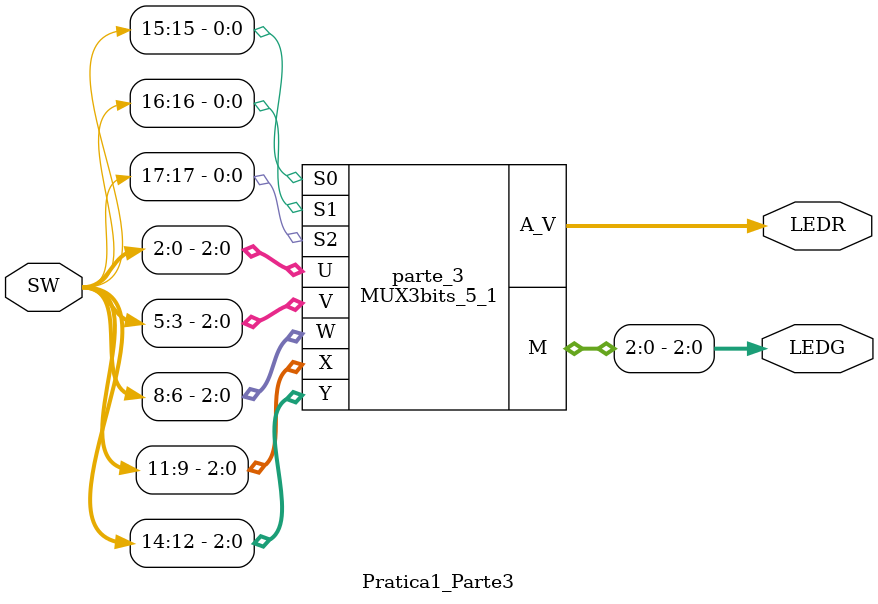
<source format=v>
module MUX51(u, v, w, x, y, s0, s1, s2, m20);
	input u,v,w,x,y,s0,s1,s2;
	output m20;

	assign m01 = (~s0 & u) | (s0 & v);
	assign m02 = (~s0 & w) | (s0 & x);
	
	assign m10 = (~s1 & m01) | (s1 & m02);
	
	assign m20 = (~s2 & m10) | (s2 & y);

endmodule

module acende_vermelho(entrada, saida);
	input entrada;
	output saida;
	
	assign saida = (entrada);

endmodule
	
module MUX3bits_5_1 (U, V, W, X, Y, S0, S1, S2, M, A_V);
	input [2:0] U,V,W,X,Y;
	input S0,S1,S2;
	output [2:0] M;
	output [17:0] A_V;

	MUX51 mux0(U[0], V[0], W[0], X[0], Y[0], S0, S1, S2, M[0]);
	MUX51 mux1(U[1], V[1], W[1], X[1], Y[1], S0, S1, S2, M[1]);
	MUX51 mux2(U[2], V[2], W[2], X[2], Y[2], S0, S1, S2, M[2]);
	
	
	acende_vermelho a_v0(U[0], A_V[0]);
	acende_vermelho a_v1(U[1], A_V[1]);
	acende_vermelho a_v2(U[2], A_V[2]);
	
	acende_vermelho a_v3(V[0], A_V[3]);
	acende_vermelho a_v4(V[1], A_V[4]);
	acende_vermelho a_v5(V[2], A_V[5]);
	
	acende_vermelho a_v6(W[0], A_V[6]);
	acende_vermelho a_v7(W[1], A_V[7]);
	acende_vermelho a_v8(W[2], A_V[8]);
	
	acende_vermelho a_v9(X[0], A_V[9]);
	acende_vermelho a_v10(X[1], A_V[10]);
	acende_vermelho a_v11(X[2], A_V[11]);
	
	acende_vermelho a_v12(Y[0], A_V[12]);
	acende_vermelho a_v13(Y[1], A_V[13]);
	acende_vermelho a_v14(Y[2], A_V[14]);
	
	acende_vermelho a_v15(S0, A_V[15]);
	
	acende_vermelho a_v16(S1, A_V[16]);
	
	acende_vermelho a_v17(S2, A_V[17]);

endmodule


module Pratica1_Parte3 (SW, LEDR, LEDG);
	input [17:0] SW;
	output [17:0] LEDR;
	output [7:0] LEDG;

	MUX3bits_5_1 parte_3(SW[2:0],SW[5:3],SW[8:6],SW[11:9],SW[14:12],SW[15],SW[16],SW[17],LEDG[2:0],LEDR[17:0]);

endmodule

</source>
